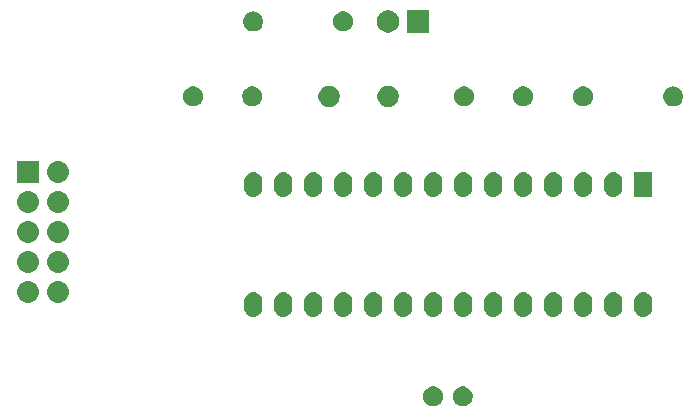
<source format=gbr>
G04 #@! TF.GenerationSoftware,KiCad,Pcbnew,5.1.4-3.fc30*
G04 #@! TF.CreationDate,2019-09-25T04:41:54+02:00*
G04 #@! TF.ProjectId,atmega_prog_adapter_v2,61746d65-6761-45f7-9072-6f675f616461,1.0*
G04 #@! TF.SameCoordinates,Original*
G04 #@! TF.FileFunction,Soldermask,Bot*
G04 #@! TF.FilePolarity,Negative*
%FSLAX46Y46*%
G04 Gerber Fmt 4.6, Leading zero omitted, Abs format (unit mm)*
G04 Created by KiCad (PCBNEW 5.1.4-3.fc30) date 2019-09-25 04:41:54*
%MOMM*%
%LPD*%
G04 APERTURE LIST*
%ADD10C,0.100000*%
G04 APERTURE END LIST*
D10*
G36*
X131018228Y-104591703D02*
G01*
X131173100Y-104655853D01*
X131312481Y-104748985D01*
X131431015Y-104867519D01*
X131524147Y-105006900D01*
X131588297Y-105161772D01*
X131621000Y-105326184D01*
X131621000Y-105493816D01*
X131588297Y-105658228D01*
X131524147Y-105813100D01*
X131431015Y-105952481D01*
X131312481Y-106071015D01*
X131173100Y-106164147D01*
X131018228Y-106228297D01*
X130853816Y-106261000D01*
X130686184Y-106261000D01*
X130521772Y-106228297D01*
X130366900Y-106164147D01*
X130227519Y-106071015D01*
X130108985Y-105952481D01*
X130015853Y-105813100D01*
X129951703Y-105658228D01*
X129919000Y-105493816D01*
X129919000Y-105326184D01*
X129951703Y-105161772D01*
X130015853Y-105006900D01*
X130108985Y-104867519D01*
X130227519Y-104748985D01*
X130366900Y-104655853D01*
X130521772Y-104591703D01*
X130686184Y-104559000D01*
X130853816Y-104559000D01*
X131018228Y-104591703D01*
X131018228Y-104591703D01*
G37*
G36*
X128518228Y-104591703D02*
G01*
X128673100Y-104655853D01*
X128812481Y-104748985D01*
X128931015Y-104867519D01*
X129024147Y-105006900D01*
X129088297Y-105161772D01*
X129121000Y-105326184D01*
X129121000Y-105493816D01*
X129088297Y-105658228D01*
X129024147Y-105813100D01*
X128931015Y-105952481D01*
X128812481Y-106071015D01*
X128673100Y-106164147D01*
X128518228Y-106228297D01*
X128353816Y-106261000D01*
X128186184Y-106261000D01*
X128021772Y-106228297D01*
X127866900Y-106164147D01*
X127727519Y-106071015D01*
X127608985Y-105952481D01*
X127515853Y-105813100D01*
X127451703Y-105658228D01*
X127419000Y-105493816D01*
X127419000Y-105326184D01*
X127451703Y-105161772D01*
X127515853Y-105006900D01*
X127608985Y-104867519D01*
X127727519Y-104748985D01*
X127866900Y-104655853D01*
X128021772Y-104591703D01*
X128186184Y-104559000D01*
X128353816Y-104559000D01*
X128518228Y-104591703D01*
X128518228Y-104591703D01*
G37*
G36*
X115721142Y-96600156D02*
G01*
X115866476Y-96644243D01*
X115866479Y-96644244D01*
X116000416Y-96715835D01*
X116117817Y-96812183D01*
X116214165Y-96929584D01*
X116285756Y-97063521D01*
X116285757Y-97063524D01*
X116329844Y-97208858D01*
X116341000Y-97322128D01*
X116341000Y-97957872D01*
X116329844Y-98071142D01*
X116285757Y-98216475D01*
X116285756Y-98216479D01*
X116214165Y-98350416D01*
X116214164Y-98350417D01*
X116117817Y-98467817D01*
X116018268Y-98549514D01*
X116000415Y-98564165D01*
X115866478Y-98635756D01*
X115866475Y-98635757D01*
X115721141Y-98679844D01*
X115570000Y-98694730D01*
X115418858Y-98679844D01*
X115273524Y-98635757D01*
X115273521Y-98635756D01*
X115139584Y-98564165D01*
X115118531Y-98546887D01*
X115022183Y-98467817D01*
X114925836Y-98350416D01*
X114854245Y-98216479D01*
X114854244Y-98216478D01*
X114854243Y-98216475D01*
X114810156Y-98071141D01*
X114799000Y-97957871D01*
X114799000Y-97322128D01*
X114810156Y-97208858D01*
X114854243Y-97063524D01*
X114854243Y-97063523D01*
X114925837Y-96929582D01*
X115022184Y-96812183D01*
X115139585Y-96715835D01*
X115273522Y-96644244D01*
X115273525Y-96644243D01*
X115418859Y-96600156D01*
X115570000Y-96585270D01*
X115721142Y-96600156D01*
X115721142Y-96600156D01*
G37*
G36*
X120801142Y-96600156D02*
G01*
X120946476Y-96644243D01*
X120946479Y-96644244D01*
X121080416Y-96715835D01*
X121197817Y-96812183D01*
X121294165Y-96929584D01*
X121365756Y-97063521D01*
X121365757Y-97063524D01*
X121409844Y-97208858D01*
X121421000Y-97322128D01*
X121421000Y-97957872D01*
X121409844Y-98071142D01*
X121365757Y-98216475D01*
X121365756Y-98216479D01*
X121294165Y-98350416D01*
X121294164Y-98350417D01*
X121197817Y-98467817D01*
X121098268Y-98549514D01*
X121080415Y-98564165D01*
X120946478Y-98635756D01*
X120946475Y-98635757D01*
X120801141Y-98679844D01*
X120650000Y-98694730D01*
X120498858Y-98679844D01*
X120353524Y-98635757D01*
X120353521Y-98635756D01*
X120219584Y-98564165D01*
X120198531Y-98546887D01*
X120102183Y-98467817D01*
X120005836Y-98350416D01*
X119934245Y-98216479D01*
X119934244Y-98216478D01*
X119934243Y-98216475D01*
X119890156Y-98071141D01*
X119879000Y-97957871D01*
X119879000Y-97322128D01*
X119890156Y-97208858D01*
X119934243Y-97063524D01*
X119934243Y-97063523D01*
X120005837Y-96929582D01*
X120102184Y-96812183D01*
X120219585Y-96715835D01*
X120353522Y-96644244D01*
X120353525Y-96644243D01*
X120498859Y-96600156D01*
X120650000Y-96585270D01*
X120801142Y-96600156D01*
X120801142Y-96600156D01*
G37*
G36*
X123341142Y-96600156D02*
G01*
X123486476Y-96644243D01*
X123486479Y-96644244D01*
X123620416Y-96715835D01*
X123737817Y-96812183D01*
X123834165Y-96929584D01*
X123905756Y-97063521D01*
X123905757Y-97063524D01*
X123949844Y-97208858D01*
X123961000Y-97322128D01*
X123961000Y-97957872D01*
X123949844Y-98071142D01*
X123905757Y-98216475D01*
X123905756Y-98216479D01*
X123834165Y-98350416D01*
X123834164Y-98350417D01*
X123737817Y-98467817D01*
X123638268Y-98549514D01*
X123620415Y-98564165D01*
X123486478Y-98635756D01*
X123486475Y-98635757D01*
X123341141Y-98679844D01*
X123190000Y-98694730D01*
X123038858Y-98679844D01*
X122893524Y-98635757D01*
X122893521Y-98635756D01*
X122759584Y-98564165D01*
X122738531Y-98546887D01*
X122642183Y-98467817D01*
X122545836Y-98350416D01*
X122474245Y-98216479D01*
X122474244Y-98216478D01*
X122474243Y-98216475D01*
X122430156Y-98071141D01*
X122419000Y-97957871D01*
X122419000Y-97322128D01*
X122430156Y-97208858D01*
X122474243Y-97063524D01*
X122474243Y-97063523D01*
X122545837Y-96929582D01*
X122642184Y-96812183D01*
X122759585Y-96715835D01*
X122893522Y-96644244D01*
X122893525Y-96644243D01*
X123038859Y-96600156D01*
X123190000Y-96585270D01*
X123341142Y-96600156D01*
X123341142Y-96600156D01*
G37*
G36*
X125881142Y-96600156D02*
G01*
X126026476Y-96644243D01*
X126026479Y-96644244D01*
X126160416Y-96715835D01*
X126277817Y-96812183D01*
X126374165Y-96929584D01*
X126445756Y-97063521D01*
X126445757Y-97063524D01*
X126489844Y-97208858D01*
X126501000Y-97322128D01*
X126501000Y-97957872D01*
X126489844Y-98071142D01*
X126445757Y-98216475D01*
X126445756Y-98216479D01*
X126374165Y-98350416D01*
X126374164Y-98350417D01*
X126277817Y-98467817D01*
X126178268Y-98549514D01*
X126160415Y-98564165D01*
X126026478Y-98635756D01*
X126026475Y-98635757D01*
X125881141Y-98679844D01*
X125730000Y-98694730D01*
X125578858Y-98679844D01*
X125433524Y-98635757D01*
X125433521Y-98635756D01*
X125299584Y-98564165D01*
X125278531Y-98546887D01*
X125182183Y-98467817D01*
X125085836Y-98350416D01*
X125014245Y-98216479D01*
X125014244Y-98216478D01*
X125014243Y-98216475D01*
X124970156Y-98071141D01*
X124959000Y-97957871D01*
X124959000Y-97322128D01*
X124970156Y-97208858D01*
X125014243Y-97063524D01*
X125014243Y-97063523D01*
X125085837Y-96929582D01*
X125182184Y-96812183D01*
X125299585Y-96715835D01*
X125433522Y-96644244D01*
X125433525Y-96644243D01*
X125578859Y-96600156D01*
X125730000Y-96585270D01*
X125881142Y-96600156D01*
X125881142Y-96600156D01*
G37*
G36*
X128421142Y-96600156D02*
G01*
X128566476Y-96644243D01*
X128566479Y-96644244D01*
X128700416Y-96715835D01*
X128817817Y-96812183D01*
X128914165Y-96929584D01*
X128985756Y-97063521D01*
X128985757Y-97063524D01*
X129029844Y-97208858D01*
X129041000Y-97322128D01*
X129041000Y-97957872D01*
X129029844Y-98071142D01*
X128985757Y-98216475D01*
X128985756Y-98216479D01*
X128914165Y-98350416D01*
X128914164Y-98350417D01*
X128817817Y-98467817D01*
X128718268Y-98549514D01*
X128700415Y-98564165D01*
X128566478Y-98635756D01*
X128566475Y-98635757D01*
X128421141Y-98679844D01*
X128270000Y-98694730D01*
X128118858Y-98679844D01*
X127973524Y-98635757D01*
X127973521Y-98635756D01*
X127839584Y-98564165D01*
X127818531Y-98546887D01*
X127722183Y-98467817D01*
X127625836Y-98350416D01*
X127554245Y-98216479D01*
X127554244Y-98216478D01*
X127554243Y-98216475D01*
X127510156Y-98071141D01*
X127499000Y-97957871D01*
X127499000Y-97322128D01*
X127510156Y-97208858D01*
X127554243Y-97063524D01*
X127554243Y-97063523D01*
X127625837Y-96929582D01*
X127722184Y-96812183D01*
X127839585Y-96715835D01*
X127973522Y-96644244D01*
X127973525Y-96644243D01*
X128118859Y-96600156D01*
X128270000Y-96585270D01*
X128421142Y-96600156D01*
X128421142Y-96600156D01*
G37*
G36*
X118261142Y-96600156D02*
G01*
X118406476Y-96644243D01*
X118406479Y-96644244D01*
X118540416Y-96715835D01*
X118657817Y-96812183D01*
X118754165Y-96929584D01*
X118825756Y-97063521D01*
X118825757Y-97063524D01*
X118869844Y-97208858D01*
X118881000Y-97322128D01*
X118881000Y-97957872D01*
X118869844Y-98071142D01*
X118825757Y-98216475D01*
X118825756Y-98216479D01*
X118754165Y-98350416D01*
X118754164Y-98350417D01*
X118657817Y-98467817D01*
X118558268Y-98549514D01*
X118540415Y-98564165D01*
X118406478Y-98635756D01*
X118406475Y-98635757D01*
X118261141Y-98679844D01*
X118110000Y-98694730D01*
X117958858Y-98679844D01*
X117813524Y-98635757D01*
X117813521Y-98635756D01*
X117679584Y-98564165D01*
X117658531Y-98546887D01*
X117562183Y-98467817D01*
X117465836Y-98350416D01*
X117394245Y-98216479D01*
X117394244Y-98216478D01*
X117394243Y-98216475D01*
X117350156Y-98071141D01*
X117339000Y-97957871D01*
X117339000Y-97322128D01*
X117350156Y-97208858D01*
X117394243Y-97063524D01*
X117394243Y-97063523D01*
X117465837Y-96929582D01*
X117562184Y-96812183D01*
X117679585Y-96715835D01*
X117813522Y-96644244D01*
X117813525Y-96644243D01*
X117958859Y-96600156D01*
X118110000Y-96585270D01*
X118261142Y-96600156D01*
X118261142Y-96600156D01*
G37*
G36*
X133501142Y-96600156D02*
G01*
X133646476Y-96644243D01*
X133646479Y-96644244D01*
X133780416Y-96715835D01*
X133897817Y-96812183D01*
X133994165Y-96929584D01*
X134065756Y-97063521D01*
X134065757Y-97063524D01*
X134109844Y-97208858D01*
X134121000Y-97322128D01*
X134121000Y-97957872D01*
X134109844Y-98071142D01*
X134065757Y-98216475D01*
X134065756Y-98216479D01*
X133994165Y-98350416D01*
X133994164Y-98350417D01*
X133897817Y-98467817D01*
X133798268Y-98549514D01*
X133780415Y-98564165D01*
X133646478Y-98635756D01*
X133646475Y-98635757D01*
X133501141Y-98679844D01*
X133350000Y-98694730D01*
X133198858Y-98679844D01*
X133053524Y-98635757D01*
X133053521Y-98635756D01*
X132919584Y-98564165D01*
X132898531Y-98546887D01*
X132802183Y-98467817D01*
X132705836Y-98350416D01*
X132634245Y-98216479D01*
X132634244Y-98216478D01*
X132634243Y-98216475D01*
X132590156Y-98071141D01*
X132579000Y-97957871D01*
X132579000Y-97322128D01*
X132590156Y-97208858D01*
X132634243Y-97063524D01*
X132634243Y-97063523D01*
X132705837Y-96929582D01*
X132802184Y-96812183D01*
X132919585Y-96715835D01*
X133053522Y-96644244D01*
X133053525Y-96644243D01*
X133198859Y-96600156D01*
X133350000Y-96585270D01*
X133501142Y-96600156D01*
X133501142Y-96600156D01*
G37*
G36*
X138581142Y-96600156D02*
G01*
X138726476Y-96644243D01*
X138726479Y-96644244D01*
X138860416Y-96715835D01*
X138977817Y-96812183D01*
X139074165Y-96929584D01*
X139145756Y-97063521D01*
X139145757Y-97063524D01*
X139189844Y-97208858D01*
X139201000Y-97322128D01*
X139201000Y-97957872D01*
X139189844Y-98071142D01*
X139145757Y-98216475D01*
X139145756Y-98216479D01*
X139074165Y-98350416D01*
X139074164Y-98350417D01*
X138977817Y-98467817D01*
X138878268Y-98549514D01*
X138860415Y-98564165D01*
X138726478Y-98635756D01*
X138726475Y-98635757D01*
X138581141Y-98679844D01*
X138430000Y-98694730D01*
X138278858Y-98679844D01*
X138133524Y-98635757D01*
X138133521Y-98635756D01*
X137999584Y-98564165D01*
X137978531Y-98546887D01*
X137882183Y-98467817D01*
X137785836Y-98350416D01*
X137714245Y-98216479D01*
X137714244Y-98216478D01*
X137714243Y-98216475D01*
X137670156Y-98071141D01*
X137659000Y-97957871D01*
X137659000Y-97322128D01*
X137670156Y-97208858D01*
X137714243Y-97063524D01*
X137714243Y-97063523D01*
X137785837Y-96929582D01*
X137882184Y-96812183D01*
X137999585Y-96715835D01*
X138133522Y-96644244D01*
X138133525Y-96644243D01*
X138278859Y-96600156D01*
X138430000Y-96585270D01*
X138581142Y-96600156D01*
X138581142Y-96600156D01*
G37*
G36*
X141121142Y-96600156D02*
G01*
X141266476Y-96644243D01*
X141266479Y-96644244D01*
X141400416Y-96715835D01*
X141517817Y-96812183D01*
X141614165Y-96929584D01*
X141685756Y-97063521D01*
X141685757Y-97063524D01*
X141729844Y-97208858D01*
X141741000Y-97322128D01*
X141741000Y-97957872D01*
X141729844Y-98071142D01*
X141685757Y-98216475D01*
X141685756Y-98216479D01*
X141614165Y-98350416D01*
X141614164Y-98350417D01*
X141517817Y-98467817D01*
X141418268Y-98549514D01*
X141400415Y-98564165D01*
X141266478Y-98635756D01*
X141266475Y-98635757D01*
X141121141Y-98679844D01*
X140970000Y-98694730D01*
X140818858Y-98679844D01*
X140673524Y-98635757D01*
X140673521Y-98635756D01*
X140539584Y-98564165D01*
X140518531Y-98546887D01*
X140422183Y-98467817D01*
X140325836Y-98350416D01*
X140254245Y-98216479D01*
X140254244Y-98216478D01*
X140254243Y-98216475D01*
X140210156Y-98071141D01*
X140199000Y-97957871D01*
X140199000Y-97322128D01*
X140210156Y-97208858D01*
X140254243Y-97063524D01*
X140254243Y-97063523D01*
X140325837Y-96929582D01*
X140422184Y-96812183D01*
X140539585Y-96715835D01*
X140673522Y-96644244D01*
X140673525Y-96644243D01*
X140818859Y-96600156D01*
X140970000Y-96585270D01*
X141121142Y-96600156D01*
X141121142Y-96600156D01*
G37*
G36*
X143661142Y-96600156D02*
G01*
X143806476Y-96644243D01*
X143806479Y-96644244D01*
X143940416Y-96715835D01*
X144057817Y-96812183D01*
X144154165Y-96929584D01*
X144225756Y-97063521D01*
X144225757Y-97063524D01*
X144269844Y-97208858D01*
X144281000Y-97322128D01*
X144281000Y-97957872D01*
X144269844Y-98071142D01*
X144225757Y-98216475D01*
X144225756Y-98216479D01*
X144154165Y-98350416D01*
X144154164Y-98350417D01*
X144057817Y-98467817D01*
X143958268Y-98549514D01*
X143940415Y-98564165D01*
X143806478Y-98635756D01*
X143806475Y-98635757D01*
X143661141Y-98679844D01*
X143510000Y-98694730D01*
X143358858Y-98679844D01*
X143213524Y-98635757D01*
X143213521Y-98635756D01*
X143079584Y-98564165D01*
X143058531Y-98546887D01*
X142962183Y-98467817D01*
X142865836Y-98350416D01*
X142794245Y-98216479D01*
X142794244Y-98216478D01*
X142794243Y-98216475D01*
X142750156Y-98071141D01*
X142739000Y-97957871D01*
X142739000Y-97322128D01*
X142750156Y-97208858D01*
X142794243Y-97063524D01*
X142794243Y-97063523D01*
X142865837Y-96929582D01*
X142962184Y-96812183D01*
X143079585Y-96715835D01*
X143213522Y-96644244D01*
X143213525Y-96644243D01*
X143358859Y-96600156D01*
X143510000Y-96585270D01*
X143661142Y-96600156D01*
X143661142Y-96600156D01*
G37*
G36*
X146201142Y-96600156D02*
G01*
X146346476Y-96644243D01*
X146346479Y-96644244D01*
X146480416Y-96715835D01*
X146597817Y-96812183D01*
X146694165Y-96929584D01*
X146765756Y-97063521D01*
X146765757Y-97063524D01*
X146809844Y-97208858D01*
X146821000Y-97322128D01*
X146821000Y-97957872D01*
X146809844Y-98071142D01*
X146765757Y-98216475D01*
X146765756Y-98216479D01*
X146694165Y-98350416D01*
X146694164Y-98350417D01*
X146597817Y-98467817D01*
X146498268Y-98549514D01*
X146480415Y-98564165D01*
X146346478Y-98635756D01*
X146346475Y-98635757D01*
X146201141Y-98679844D01*
X146050000Y-98694730D01*
X145898858Y-98679844D01*
X145753524Y-98635757D01*
X145753521Y-98635756D01*
X145619584Y-98564165D01*
X145598531Y-98546887D01*
X145502183Y-98467817D01*
X145405836Y-98350416D01*
X145334245Y-98216479D01*
X145334244Y-98216478D01*
X145334243Y-98216475D01*
X145290156Y-98071141D01*
X145279000Y-97957871D01*
X145279000Y-97322128D01*
X145290156Y-97208858D01*
X145334243Y-97063524D01*
X145334243Y-97063523D01*
X145405837Y-96929582D01*
X145502184Y-96812183D01*
X145619585Y-96715835D01*
X145753522Y-96644244D01*
X145753525Y-96644243D01*
X145898859Y-96600156D01*
X146050000Y-96585270D01*
X146201142Y-96600156D01*
X146201142Y-96600156D01*
G37*
G36*
X113181142Y-96600156D02*
G01*
X113326476Y-96644243D01*
X113326479Y-96644244D01*
X113460416Y-96715835D01*
X113577817Y-96812183D01*
X113674165Y-96929584D01*
X113745756Y-97063521D01*
X113745757Y-97063524D01*
X113789844Y-97208858D01*
X113801000Y-97322128D01*
X113801000Y-97957872D01*
X113789844Y-98071142D01*
X113745757Y-98216475D01*
X113745756Y-98216479D01*
X113674165Y-98350416D01*
X113674164Y-98350417D01*
X113577817Y-98467817D01*
X113478268Y-98549514D01*
X113460415Y-98564165D01*
X113326478Y-98635756D01*
X113326475Y-98635757D01*
X113181141Y-98679844D01*
X113030000Y-98694730D01*
X112878858Y-98679844D01*
X112733524Y-98635757D01*
X112733521Y-98635756D01*
X112599584Y-98564165D01*
X112578531Y-98546887D01*
X112482183Y-98467817D01*
X112385836Y-98350416D01*
X112314245Y-98216479D01*
X112314244Y-98216478D01*
X112314243Y-98216475D01*
X112270156Y-98071141D01*
X112259000Y-97957871D01*
X112259000Y-97322128D01*
X112270156Y-97208858D01*
X112314243Y-97063524D01*
X112314243Y-97063523D01*
X112385837Y-96929582D01*
X112482184Y-96812183D01*
X112599585Y-96715835D01*
X112733522Y-96644244D01*
X112733525Y-96644243D01*
X112878859Y-96600156D01*
X113030000Y-96585270D01*
X113181142Y-96600156D01*
X113181142Y-96600156D01*
G37*
G36*
X130961142Y-96600156D02*
G01*
X131106476Y-96644243D01*
X131106479Y-96644244D01*
X131240416Y-96715835D01*
X131357817Y-96812183D01*
X131454165Y-96929584D01*
X131525756Y-97063521D01*
X131525757Y-97063524D01*
X131569844Y-97208858D01*
X131581000Y-97322128D01*
X131581000Y-97957872D01*
X131569844Y-98071142D01*
X131525757Y-98216475D01*
X131525756Y-98216479D01*
X131454165Y-98350416D01*
X131454164Y-98350417D01*
X131357817Y-98467817D01*
X131258268Y-98549514D01*
X131240415Y-98564165D01*
X131106478Y-98635756D01*
X131106475Y-98635757D01*
X130961141Y-98679844D01*
X130810000Y-98694730D01*
X130658858Y-98679844D01*
X130513524Y-98635757D01*
X130513521Y-98635756D01*
X130379584Y-98564165D01*
X130358531Y-98546887D01*
X130262183Y-98467817D01*
X130165836Y-98350416D01*
X130094245Y-98216479D01*
X130094244Y-98216478D01*
X130094243Y-98216475D01*
X130050156Y-98071141D01*
X130039000Y-97957871D01*
X130039000Y-97322128D01*
X130050156Y-97208858D01*
X130094243Y-97063524D01*
X130094243Y-97063523D01*
X130165837Y-96929582D01*
X130262184Y-96812183D01*
X130379585Y-96715835D01*
X130513522Y-96644244D01*
X130513525Y-96644243D01*
X130658859Y-96600156D01*
X130810000Y-96585270D01*
X130961142Y-96600156D01*
X130961142Y-96600156D01*
G37*
G36*
X136041142Y-96600156D02*
G01*
X136186476Y-96644243D01*
X136186479Y-96644244D01*
X136320416Y-96715835D01*
X136437817Y-96812183D01*
X136534165Y-96929584D01*
X136605756Y-97063521D01*
X136605757Y-97063524D01*
X136649844Y-97208858D01*
X136661000Y-97322128D01*
X136661000Y-97957872D01*
X136649844Y-98071142D01*
X136605757Y-98216475D01*
X136605756Y-98216479D01*
X136534165Y-98350416D01*
X136534164Y-98350417D01*
X136437817Y-98467817D01*
X136338268Y-98549514D01*
X136320415Y-98564165D01*
X136186478Y-98635756D01*
X136186475Y-98635757D01*
X136041141Y-98679844D01*
X135890000Y-98694730D01*
X135738858Y-98679844D01*
X135593524Y-98635757D01*
X135593521Y-98635756D01*
X135459584Y-98564165D01*
X135438531Y-98546887D01*
X135342183Y-98467817D01*
X135245836Y-98350416D01*
X135174245Y-98216479D01*
X135174244Y-98216478D01*
X135174243Y-98216475D01*
X135130156Y-98071141D01*
X135119000Y-97957871D01*
X135119000Y-97322128D01*
X135130156Y-97208858D01*
X135174243Y-97063524D01*
X135174243Y-97063523D01*
X135245837Y-96929582D01*
X135342184Y-96812183D01*
X135459585Y-96715835D01*
X135593522Y-96644244D01*
X135593525Y-96644243D01*
X135738859Y-96600156D01*
X135890000Y-96585270D01*
X136041142Y-96600156D01*
X136041142Y-96600156D01*
G37*
G36*
X94159294Y-95673633D02*
G01*
X94331695Y-95725931D01*
X94490583Y-95810858D01*
X94629849Y-95925151D01*
X94744142Y-96064417D01*
X94829069Y-96223305D01*
X94881367Y-96395706D01*
X94899025Y-96575000D01*
X94881367Y-96754294D01*
X94829069Y-96926695D01*
X94744142Y-97085583D01*
X94629849Y-97224849D01*
X94490583Y-97339142D01*
X94331695Y-97424069D01*
X94159294Y-97476367D01*
X94024931Y-97489600D01*
X93935069Y-97489600D01*
X93800706Y-97476367D01*
X93628305Y-97424069D01*
X93469417Y-97339142D01*
X93330151Y-97224849D01*
X93215858Y-97085583D01*
X93130931Y-96926695D01*
X93078633Y-96754294D01*
X93060975Y-96575000D01*
X93078633Y-96395706D01*
X93130931Y-96223305D01*
X93215858Y-96064417D01*
X93330151Y-95925151D01*
X93469417Y-95810858D01*
X93628305Y-95725931D01*
X93800706Y-95673633D01*
X93935069Y-95660400D01*
X94024931Y-95660400D01*
X94159294Y-95673633D01*
X94159294Y-95673633D01*
G37*
G36*
X96699294Y-95673633D02*
G01*
X96871695Y-95725931D01*
X97030583Y-95810858D01*
X97169849Y-95925151D01*
X97284142Y-96064417D01*
X97369069Y-96223305D01*
X97421367Y-96395706D01*
X97439025Y-96575000D01*
X97421367Y-96754294D01*
X97369069Y-96926695D01*
X97284142Y-97085583D01*
X97169849Y-97224849D01*
X97030583Y-97339142D01*
X96871695Y-97424069D01*
X96699294Y-97476367D01*
X96564931Y-97489600D01*
X96475069Y-97489600D01*
X96340706Y-97476367D01*
X96168305Y-97424069D01*
X96009417Y-97339142D01*
X95870151Y-97224849D01*
X95755858Y-97085583D01*
X95670931Y-96926695D01*
X95618633Y-96754294D01*
X95600975Y-96575000D01*
X95618633Y-96395706D01*
X95670931Y-96223305D01*
X95755858Y-96064417D01*
X95870151Y-95925151D01*
X96009417Y-95810858D01*
X96168305Y-95725931D01*
X96340706Y-95673633D01*
X96475069Y-95660400D01*
X96564931Y-95660400D01*
X96699294Y-95673633D01*
X96699294Y-95673633D01*
G37*
G36*
X94159294Y-93133633D02*
G01*
X94331695Y-93185931D01*
X94490583Y-93270858D01*
X94629849Y-93385151D01*
X94744142Y-93524417D01*
X94829069Y-93683305D01*
X94881367Y-93855706D01*
X94899025Y-94035000D01*
X94881367Y-94214294D01*
X94829069Y-94386695D01*
X94744142Y-94545583D01*
X94629849Y-94684849D01*
X94490583Y-94799142D01*
X94331695Y-94884069D01*
X94159294Y-94936367D01*
X94024931Y-94949600D01*
X93935069Y-94949600D01*
X93800706Y-94936367D01*
X93628305Y-94884069D01*
X93469417Y-94799142D01*
X93330151Y-94684849D01*
X93215858Y-94545583D01*
X93130931Y-94386695D01*
X93078633Y-94214294D01*
X93060975Y-94035000D01*
X93078633Y-93855706D01*
X93130931Y-93683305D01*
X93215858Y-93524417D01*
X93330151Y-93385151D01*
X93469417Y-93270858D01*
X93628305Y-93185931D01*
X93800706Y-93133633D01*
X93935069Y-93120400D01*
X94024931Y-93120400D01*
X94159294Y-93133633D01*
X94159294Y-93133633D01*
G37*
G36*
X96699294Y-93133633D02*
G01*
X96871695Y-93185931D01*
X97030583Y-93270858D01*
X97169849Y-93385151D01*
X97284142Y-93524417D01*
X97369069Y-93683305D01*
X97421367Y-93855706D01*
X97439025Y-94035000D01*
X97421367Y-94214294D01*
X97369069Y-94386695D01*
X97284142Y-94545583D01*
X97169849Y-94684849D01*
X97030583Y-94799142D01*
X96871695Y-94884069D01*
X96699294Y-94936367D01*
X96564931Y-94949600D01*
X96475069Y-94949600D01*
X96340706Y-94936367D01*
X96168305Y-94884069D01*
X96009417Y-94799142D01*
X95870151Y-94684849D01*
X95755858Y-94545583D01*
X95670931Y-94386695D01*
X95618633Y-94214294D01*
X95600975Y-94035000D01*
X95618633Y-93855706D01*
X95670931Y-93683305D01*
X95755858Y-93524417D01*
X95870151Y-93385151D01*
X96009417Y-93270858D01*
X96168305Y-93185931D01*
X96340706Y-93133633D01*
X96475069Y-93120400D01*
X96564931Y-93120400D01*
X96699294Y-93133633D01*
X96699294Y-93133633D01*
G37*
G36*
X96699294Y-90593633D02*
G01*
X96871695Y-90645931D01*
X97030583Y-90730858D01*
X97169849Y-90845151D01*
X97284142Y-90984417D01*
X97369069Y-91143305D01*
X97421367Y-91315706D01*
X97439025Y-91495000D01*
X97421367Y-91674294D01*
X97369069Y-91846695D01*
X97284142Y-92005583D01*
X97169849Y-92144849D01*
X97030583Y-92259142D01*
X96871695Y-92344069D01*
X96699294Y-92396367D01*
X96564931Y-92409600D01*
X96475069Y-92409600D01*
X96340706Y-92396367D01*
X96168305Y-92344069D01*
X96009417Y-92259142D01*
X95870151Y-92144849D01*
X95755858Y-92005583D01*
X95670931Y-91846695D01*
X95618633Y-91674294D01*
X95600975Y-91495000D01*
X95618633Y-91315706D01*
X95670931Y-91143305D01*
X95755858Y-90984417D01*
X95870151Y-90845151D01*
X96009417Y-90730858D01*
X96168305Y-90645931D01*
X96340706Y-90593633D01*
X96475069Y-90580400D01*
X96564931Y-90580400D01*
X96699294Y-90593633D01*
X96699294Y-90593633D01*
G37*
G36*
X94159294Y-90593633D02*
G01*
X94331695Y-90645931D01*
X94490583Y-90730858D01*
X94629849Y-90845151D01*
X94744142Y-90984417D01*
X94829069Y-91143305D01*
X94881367Y-91315706D01*
X94899025Y-91495000D01*
X94881367Y-91674294D01*
X94829069Y-91846695D01*
X94744142Y-92005583D01*
X94629849Y-92144849D01*
X94490583Y-92259142D01*
X94331695Y-92344069D01*
X94159294Y-92396367D01*
X94024931Y-92409600D01*
X93935069Y-92409600D01*
X93800706Y-92396367D01*
X93628305Y-92344069D01*
X93469417Y-92259142D01*
X93330151Y-92144849D01*
X93215858Y-92005583D01*
X93130931Y-91846695D01*
X93078633Y-91674294D01*
X93060975Y-91495000D01*
X93078633Y-91315706D01*
X93130931Y-91143305D01*
X93215858Y-90984417D01*
X93330151Y-90845151D01*
X93469417Y-90730858D01*
X93628305Y-90645931D01*
X93800706Y-90593633D01*
X93935069Y-90580400D01*
X94024931Y-90580400D01*
X94159294Y-90593633D01*
X94159294Y-90593633D01*
G37*
G36*
X96699294Y-88053633D02*
G01*
X96871695Y-88105931D01*
X97030583Y-88190858D01*
X97169849Y-88305151D01*
X97284142Y-88444417D01*
X97369069Y-88603305D01*
X97421367Y-88775706D01*
X97439025Y-88955000D01*
X97421367Y-89134294D01*
X97369069Y-89306695D01*
X97284142Y-89465583D01*
X97169849Y-89604849D01*
X97030583Y-89719142D01*
X96871695Y-89804069D01*
X96699294Y-89856367D01*
X96564931Y-89869600D01*
X96475069Y-89869600D01*
X96340706Y-89856367D01*
X96168305Y-89804069D01*
X96009417Y-89719142D01*
X95870151Y-89604849D01*
X95755858Y-89465583D01*
X95670931Y-89306695D01*
X95618633Y-89134294D01*
X95600975Y-88955000D01*
X95618633Y-88775706D01*
X95670931Y-88603305D01*
X95755858Y-88444417D01*
X95870151Y-88305151D01*
X96009417Y-88190858D01*
X96168305Y-88105931D01*
X96340706Y-88053633D01*
X96475069Y-88040400D01*
X96564931Y-88040400D01*
X96699294Y-88053633D01*
X96699294Y-88053633D01*
G37*
G36*
X94159294Y-88053633D02*
G01*
X94331695Y-88105931D01*
X94490583Y-88190858D01*
X94629849Y-88305151D01*
X94744142Y-88444417D01*
X94829069Y-88603305D01*
X94881367Y-88775706D01*
X94899025Y-88955000D01*
X94881367Y-89134294D01*
X94829069Y-89306695D01*
X94744142Y-89465583D01*
X94629849Y-89604849D01*
X94490583Y-89719142D01*
X94331695Y-89804069D01*
X94159294Y-89856367D01*
X94024931Y-89869600D01*
X93935069Y-89869600D01*
X93800706Y-89856367D01*
X93628305Y-89804069D01*
X93469417Y-89719142D01*
X93330151Y-89604849D01*
X93215858Y-89465583D01*
X93130931Y-89306695D01*
X93078633Y-89134294D01*
X93060975Y-88955000D01*
X93078633Y-88775706D01*
X93130931Y-88603305D01*
X93215858Y-88444417D01*
X93330151Y-88305151D01*
X93469417Y-88190858D01*
X93628305Y-88105931D01*
X93800706Y-88053633D01*
X93935069Y-88040400D01*
X94024931Y-88040400D01*
X94159294Y-88053633D01*
X94159294Y-88053633D01*
G37*
G36*
X120801142Y-86440156D02*
G01*
X120946476Y-86484243D01*
X120946479Y-86484244D01*
X121080416Y-86555835D01*
X121197817Y-86652183D01*
X121294165Y-86769584D01*
X121365756Y-86903521D01*
X121365757Y-86903524D01*
X121409844Y-87048858D01*
X121421000Y-87162128D01*
X121421000Y-87797872D01*
X121409844Y-87911142D01*
X121366619Y-88053633D01*
X121365756Y-88056479D01*
X121294165Y-88190416D01*
X121294164Y-88190417D01*
X121197817Y-88307817D01*
X121098268Y-88389514D01*
X121080415Y-88404165D01*
X120946478Y-88475756D01*
X120946475Y-88475757D01*
X120801141Y-88519844D01*
X120650000Y-88534730D01*
X120498858Y-88519844D01*
X120353524Y-88475757D01*
X120353521Y-88475756D01*
X120219584Y-88404165D01*
X120198531Y-88386887D01*
X120102183Y-88307817D01*
X120020486Y-88208268D01*
X120005835Y-88190415D01*
X119934244Y-88056478D01*
X119929367Y-88040400D01*
X119890156Y-87911141D01*
X119879000Y-87797871D01*
X119879000Y-87162128D01*
X119890156Y-87048858D01*
X119934243Y-86903524D01*
X119934243Y-86903523D01*
X120005837Y-86769582D01*
X120102184Y-86652183D01*
X120219585Y-86555835D01*
X120353522Y-86484244D01*
X120353525Y-86484243D01*
X120498859Y-86440156D01*
X120650000Y-86425270D01*
X120801142Y-86440156D01*
X120801142Y-86440156D01*
G37*
G36*
X118261142Y-86440156D02*
G01*
X118406476Y-86484243D01*
X118406479Y-86484244D01*
X118540416Y-86555835D01*
X118657817Y-86652183D01*
X118754165Y-86769584D01*
X118825756Y-86903521D01*
X118825757Y-86903524D01*
X118869844Y-87048858D01*
X118881000Y-87162128D01*
X118881000Y-87797872D01*
X118869844Y-87911142D01*
X118826619Y-88053633D01*
X118825756Y-88056479D01*
X118754165Y-88190416D01*
X118754164Y-88190417D01*
X118657817Y-88307817D01*
X118558268Y-88389514D01*
X118540415Y-88404165D01*
X118406478Y-88475756D01*
X118406475Y-88475757D01*
X118261141Y-88519844D01*
X118110000Y-88534730D01*
X117958858Y-88519844D01*
X117813524Y-88475757D01*
X117813521Y-88475756D01*
X117679584Y-88404165D01*
X117658531Y-88386887D01*
X117562183Y-88307817D01*
X117480486Y-88208268D01*
X117465835Y-88190415D01*
X117394244Y-88056478D01*
X117389367Y-88040400D01*
X117350156Y-87911141D01*
X117339000Y-87797871D01*
X117339000Y-87162128D01*
X117350156Y-87048858D01*
X117394243Y-86903524D01*
X117394243Y-86903523D01*
X117465837Y-86769582D01*
X117562184Y-86652183D01*
X117679585Y-86555835D01*
X117813522Y-86484244D01*
X117813525Y-86484243D01*
X117958859Y-86440156D01*
X118110000Y-86425270D01*
X118261142Y-86440156D01*
X118261142Y-86440156D01*
G37*
G36*
X130961142Y-86440156D02*
G01*
X131106476Y-86484243D01*
X131106479Y-86484244D01*
X131240416Y-86555835D01*
X131357817Y-86652183D01*
X131454165Y-86769584D01*
X131525756Y-86903521D01*
X131525757Y-86903524D01*
X131569844Y-87048858D01*
X131581000Y-87162128D01*
X131581000Y-87797872D01*
X131569844Y-87911142D01*
X131526619Y-88053633D01*
X131525756Y-88056479D01*
X131454165Y-88190416D01*
X131454164Y-88190417D01*
X131357817Y-88307817D01*
X131258268Y-88389514D01*
X131240415Y-88404165D01*
X131106478Y-88475756D01*
X131106475Y-88475757D01*
X130961141Y-88519844D01*
X130810000Y-88534730D01*
X130658858Y-88519844D01*
X130513524Y-88475757D01*
X130513521Y-88475756D01*
X130379584Y-88404165D01*
X130358531Y-88386887D01*
X130262183Y-88307817D01*
X130180486Y-88208268D01*
X130165835Y-88190415D01*
X130094244Y-88056478D01*
X130089367Y-88040400D01*
X130050156Y-87911141D01*
X130039000Y-87797871D01*
X130039000Y-87162128D01*
X130050156Y-87048858D01*
X130094243Y-86903524D01*
X130094243Y-86903523D01*
X130165837Y-86769582D01*
X130262184Y-86652183D01*
X130379585Y-86555835D01*
X130513522Y-86484244D01*
X130513525Y-86484243D01*
X130658859Y-86440156D01*
X130810000Y-86425270D01*
X130961142Y-86440156D01*
X130961142Y-86440156D01*
G37*
G36*
X115721142Y-86440156D02*
G01*
X115866476Y-86484243D01*
X115866479Y-86484244D01*
X116000416Y-86555835D01*
X116117817Y-86652183D01*
X116214165Y-86769584D01*
X116285756Y-86903521D01*
X116285757Y-86903524D01*
X116329844Y-87048858D01*
X116341000Y-87162128D01*
X116341000Y-87797872D01*
X116329844Y-87911142D01*
X116286619Y-88053633D01*
X116285756Y-88056479D01*
X116214165Y-88190416D01*
X116214164Y-88190417D01*
X116117817Y-88307817D01*
X116018268Y-88389514D01*
X116000415Y-88404165D01*
X115866478Y-88475756D01*
X115866475Y-88475757D01*
X115721141Y-88519844D01*
X115570000Y-88534730D01*
X115418858Y-88519844D01*
X115273524Y-88475757D01*
X115273521Y-88475756D01*
X115139584Y-88404165D01*
X115118531Y-88386887D01*
X115022183Y-88307817D01*
X114940486Y-88208268D01*
X114925835Y-88190415D01*
X114854244Y-88056478D01*
X114849367Y-88040400D01*
X114810156Y-87911141D01*
X114799000Y-87797871D01*
X114799000Y-87162128D01*
X114810156Y-87048858D01*
X114854243Y-86903524D01*
X114854243Y-86903523D01*
X114925837Y-86769582D01*
X115022184Y-86652183D01*
X115139585Y-86555835D01*
X115273522Y-86484244D01*
X115273525Y-86484243D01*
X115418859Y-86440156D01*
X115570000Y-86425270D01*
X115721142Y-86440156D01*
X115721142Y-86440156D01*
G37*
G36*
X113181142Y-86440156D02*
G01*
X113326476Y-86484243D01*
X113326479Y-86484244D01*
X113460416Y-86555835D01*
X113577817Y-86652183D01*
X113674165Y-86769584D01*
X113745756Y-86903521D01*
X113745757Y-86903524D01*
X113789844Y-87048858D01*
X113801000Y-87162128D01*
X113801000Y-87797872D01*
X113789844Y-87911142D01*
X113746619Y-88053633D01*
X113745756Y-88056479D01*
X113674165Y-88190416D01*
X113674164Y-88190417D01*
X113577817Y-88307817D01*
X113478268Y-88389514D01*
X113460415Y-88404165D01*
X113326478Y-88475756D01*
X113326475Y-88475757D01*
X113181141Y-88519844D01*
X113030000Y-88534730D01*
X112878858Y-88519844D01*
X112733524Y-88475757D01*
X112733521Y-88475756D01*
X112599584Y-88404165D01*
X112578531Y-88386887D01*
X112482183Y-88307817D01*
X112400486Y-88208268D01*
X112385835Y-88190415D01*
X112314244Y-88056478D01*
X112309367Y-88040400D01*
X112270156Y-87911141D01*
X112259000Y-87797871D01*
X112259000Y-87162128D01*
X112270156Y-87048858D01*
X112314243Y-86903524D01*
X112314243Y-86903523D01*
X112385837Y-86769582D01*
X112482184Y-86652183D01*
X112599585Y-86555835D01*
X112733522Y-86484244D01*
X112733525Y-86484243D01*
X112878859Y-86440156D01*
X113030000Y-86425270D01*
X113181142Y-86440156D01*
X113181142Y-86440156D01*
G37*
G36*
X123341142Y-86440156D02*
G01*
X123486476Y-86484243D01*
X123486479Y-86484244D01*
X123620416Y-86555835D01*
X123737817Y-86652183D01*
X123834165Y-86769584D01*
X123905756Y-86903521D01*
X123905757Y-86903524D01*
X123949844Y-87048858D01*
X123961000Y-87162128D01*
X123961000Y-87797872D01*
X123949844Y-87911142D01*
X123906619Y-88053633D01*
X123905756Y-88056479D01*
X123834165Y-88190416D01*
X123834164Y-88190417D01*
X123737817Y-88307817D01*
X123638268Y-88389514D01*
X123620415Y-88404165D01*
X123486478Y-88475756D01*
X123486475Y-88475757D01*
X123341141Y-88519844D01*
X123190000Y-88534730D01*
X123038858Y-88519844D01*
X122893524Y-88475757D01*
X122893521Y-88475756D01*
X122759584Y-88404165D01*
X122738531Y-88386887D01*
X122642183Y-88307817D01*
X122560486Y-88208268D01*
X122545835Y-88190415D01*
X122474244Y-88056478D01*
X122469367Y-88040400D01*
X122430156Y-87911141D01*
X122419000Y-87797871D01*
X122419000Y-87162128D01*
X122430156Y-87048858D01*
X122474243Y-86903524D01*
X122474243Y-86903523D01*
X122545837Y-86769582D01*
X122642184Y-86652183D01*
X122759585Y-86555835D01*
X122893522Y-86484244D01*
X122893525Y-86484243D01*
X123038859Y-86440156D01*
X123190000Y-86425270D01*
X123341142Y-86440156D01*
X123341142Y-86440156D01*
G37*
G36*
X138581142Y-86440156D02*
G01*
X138726476Y-86484243D01*
X138726479Y-86484244D01*
X138860416Y-86555835D01*
X138977817Y-86652183D01*
X139074165Y-86769584D01*
X139145756Y-86903521D01*
X139145757Y-86903524D01*
X139189844Y-87048858D01*
X139201000Y-87162128D01*
X139201000Y-87797872D01*
X139189844Y-87911142D01*
X139146619Y-88053633D01*
X139145756Y-88056479D01*
X139074165Y-88190416D01*
X139074164Y-88190417D01*
X138977817Y-88307817D01*
X138878268Y-88389514D01*
X138860415Y-88404165D01*
X138726478Y-88475756D01*
X138726475Y-88475757D01*
X138581141Y-88519844D01*
X138430000Y-88534730D01*
X138278858Y-88519844D01*
X138133524Y-88475757D01*
X138133521Y-88475756D01*
X137999584Y-88404165D01*
X137978531Y-88386887D01*
X137882183Y-88307817D01*
X137800486Y-88208268D01*
X137785835Y-88190415D01*
X137714244Y-88056478D01*
X137709367Y-88040400D01*
X137670156Y-87911141D01*
X137659000Y-87797871D01*
X137659000Y-87162128D01*
X137670156Y-87048858D01*
X137714243Y-86903524D01*
X137714243Y-86903523D01*
X137785837Y-86769582D01*
X137882184Y-86652183D01*
X137999585Y-86555835D01*
X138133522Y-86484244D01*
X138133525Y-86484243D01*
X138278859Y-86440156D01*
X138430000Y-86425270D01*
X138581142Y-86440156D01*
X138581142Y-86440156D01*
G37*
G36*
X141121142Y-86440156D02*
G01*
X141266476Y-86484243D01*
X141266479Y-86484244D01*
X141400416Y-86555835D01*
X141517817Y-86652183D01*
X141614165Y-86769584D01*
X141685756Y-86903521D01*
X141685757Y-86903524D01*
X141729844Y-87048858D01*
X141741000Y-87162128D01*
X141741000Y-87797872D01*
X141729844Y-87911142D01*
X141686619Y-88053633D01*
X141685756Y-88056479D01*
X141614165Y-88190416D01*
X141614164Y-88190417D01*
X141517817Y-88307817D01*
X141418268Y-88389514D01*
X141400415Y-88404165D01*
X141266478Y-88475756D01*
X141266475Y-88475757D01*
X141121141Y-88519844D01*
X140970000Y-88534730D01*
X140818858Y-88519844D01*
X140673524Y-88475757D01*
X140673521Y-88475756D01*
X140539584Y-88404165D01*
X140518531Y-88386887D01*
X140422183Y-88307817D01*
X140340486Y-88208268D01*
X140325835Y-88190415D01*
X140254244Y-88056478D01*
X140249367Y-88040400D01*
X140210156Y-87911141D01*
X140199000Y-87797871D01*
X140199000Y-87162128D01*
X140210156Y-87048858D01*
X140254243Y-86903524D01*
X140254243Y-86903523D01*
X140325837Y-86769582D01*
X140422184Y-86652183D01*
X140539585Y-86555835D01*
X140673522Y-86484244D01*
X140673525Y-86484243D01*
X140818859Y-86440156D01*
X140970000Y-86425270D01*
X141121142Y-86440156D01*
X141121142Y-86440156D01*
G37*
G36*
X136041142Y-86440156D02*
G01*
X136186476Y-86484243D01*
X136186479Y-86484244D01*
X136320416Y-86555835D01*
X136437817Y-86652183D01*
X136534165Y-86769584D01*
X136605756Y-86903521D01*
X136605757Y-86903524D01*
X136649844Y-87048858D01*
X136661000Y-87162128D01*
X136661000Y-87797872D01*
X136649844Y-87911142D01*
X136606619Y-88053633D01*
X136605756Y-88056479D01*
X136534165Y-88190416D01*
X136534164Y-88190417D01*
X136437817Y-88307817D01*
X136338268Y-88389514D01*
X136320415Y-88404165D01*
X136186478Y-88475756D01*
X136186475Y-88475757D01*
X136041141Y-88519844D01*
X135890000Y-88534730D01*
X135738858Y-88519844D01*
X135593524Y-88475757D01*
X135593521Y-88475756D01*
X135459584Y-88404165D01*
X135438531Y-88386887D01*
X135342183Y-88307817D01*
X135260486Y-88208268D01*
X135245835Y-88190415D01*
X135174244Y-88056478D01*
X135169367Y-88040400D01*
X135130156Y-87911141D01*
X135119000Y-87797871D01*
X135119000Y-87162128D01*
X135130156Y-87048858D01*
X135174243Y-86903524D01*
X135174243Y-86903523D01*
X135245837Y-86769582D01*
X135342184Y-86652183D01*
X135459585Y-86555835D01*
X135593522Y-86484244D01*
X135593525Y-86484243D01*
X135738859Y-86440156D01*
X135890000Y-86425270D01*
X136041142Y-86440156D01*
X136041142Y-86440156D01*
G37*
G36*
X133501142Y-86440156D02*
G01*
X133646476Y-86484243D01*
X133646479Y-86484244D01*
X133780416Y-86555835D01*
X133897817Y-86652183D01*
X133994165Y-86769584D01*
X134065756Y-86903521D01*
X134065757Y-86903524D01*
X134109844Y-87048858D01*
X134121000Y-87162128D01*
X134121000Y-87797872D01*
X134109844Y-87911142D01*
X134066619Y-88053633D01*
X134065756Y-88056479D01*
X133994165Y-88190416D01*
X133994164Y-88190417D01*
X133897817Y-88307817D01*
X133798268Y-88389514D01*
X133780415Y-88404165D01*
X133646478Y-88475756D01*
X133646475Y-88475757D01*
X133501141Y-88519844D01*
X133350000Y-88534730D01*
X133198858Y-88519844D01*
X133053524Y-88475757D01*
X133053521Y-88475756D01*
X132919584Y-88404165D01*
X132898531Y-88386887D01*
X132802183Y-88307817D01*
X132720486Y-88208268D01*
X132705835Y-88190415D01*
X132634244Y-88056478D01*
X132629367Y-88040400D01*
X132590156Y-87911141D01*
X132579000Y-87797871D01*
X132579000Y-87162128D01*
X132590156Y-87048858D01*
X132634243Y-86903524D01*
X132634243Y-86903523D01*
X132705837Y-86769582D01*
X132802184Y-86652183D01*
X132919585Y-86555835D01*
X133053522Y-86484244D01*
X133053525Y-86484243D01*
X133198859Y-86440156D01*
X133350000Y-86425270D01*
X133501142Y-86440156D01*
X133501142Y-86440156D01*
G37*
G36*
X128421142Y-86440156D02*
G01*
X128566476Y-86484243D01*
X128566479Y-86484244D01*
X128700416Y-86555835D01*
X128817817Y-86652183D01*
X128914165Y-86769584D01*
X128985756Y-86903521D01*
X128985757Y-86903524D01*
X129029844Y-87048858D01*
X129041000Y-87162128D01*
X129041000Y-87797872D01*
X129029844Y-87911142D01*
X128986619Y-88053633D01*
X128985756Y-88056479D01*
X128914165Y-88190416D01*
X128914164Y-88190417D01*
X128817817Y-88307817D01*
X128718268Y-88389514D01*
X128700415Y-88404165D01*
X128566478Y-88475756D01*
X128566475Y-88475757D01*
X128421141Y-88519844D01*
X128270000Y-88534730D01*
X128118858Y-88519844D01*
X127973524Y-88475757D01*
X127973521Y-88475756D01*
X127839584Y-88404165D01*
X127818531Y-88386887D01*
X127722183Y-88307817D01*
X127640486Y-88208268D01*
X127625835Y-88190415D01*
X127554244Y-88056478D01*
X127549367Y-88040400D01*
X127510156Y-87911141D01*
X127499000Y-87797871D01*
X127499000Y-87162128D01*
X127510156Y-87048858D01*
X127554243Y-86903524D01*
X127554243Y-86903523D01*
X127625837Y-86769582D01*
X127722184Y-86652183D01*
X127839585Y-86555835D01*
X127973522Y-86484244D01*
X127973525Y-86484243D01*
X128118859Y-86440156D01*
X128270000Y-86425270D01*
X128421142Y-86440156D01*
X128421142Y-86440156D01*
G37*
G36*
X143661142Y-86440156D02*
G01*
X143806476Y-86484243D01*
X143806479Y-86484244D01*
X143940416Y-86555835D01*
X144057817Y-86652183D01*
X144154165Y-86769584D01*
X144225756Y-86903521D01*
X144225757Y-86903524D01*
X144269844Y-87048858D01*
X144281000Y-87162128D01*
X144281000Y-87797872D01*
X144269844Y-87911142D01*
X144226619Y-88053633D01*
X144225756Y-88056479D01*
X144154165Y-88190416D01*
X144154164Y-88190417D01*
X144057817Y-88307817D01*
X143958268Y-88389514D01*
X143940415Y-88404165D01*
X143806478Y-88475756D01*
X143806475Y-88475757D01*
X143661141Y-88519844D01*
X143510000Y-88534730D01*
X143358858Y-88519844D01*
X143213524Y-88475757D01*
X143213521Y-88475756D01*
X143079584Y-88404165D01*
X143058531Y-88386887D01*
X142962183Y-88307817D01*
X142880486Y-88208268D01*
X142865835Y-88190415D01*
X142794244Y-88056478D01*
X142789367Y-88040400D01*
X142750156Y-87911141D01*
X142739000Y-87797871D01*
X142739000Y-87162128D01*
X142750156Y-87048858D01*
X142794243Y-86903524D01*
X142794243Y-86903523D01*
X142865837Y-86769582D01*
X142962184Y-86652183D01*
X143079585Y-86555835D01*
X143213522Y-86484244D01*
X143213525Y-86484243D01*
X143358859Y-86440156D01*
X143510000Y-86425270D01*
X143661142Y-86440156D01*
X143661142Y-86440156D01*
G37*
G36*
X125881142Y-86440156D02*
G01*
X126026476Y-86484243D01*
X126026479Y-86484244D01*
X126160416Y-86555835D01*
X126277817Y-86652183D01*
X126374165Y-86769584D01*
X126445756Y-86903521D01*
X126445757Y-86903524D01*
X126489844Y-87048858D01*
X126501000Y-87162128D01*
X126501000Y-87797872D01*
X126489844Y-87911142D01*
X126446619Y-88053633D01*
X126445756Y-88056479D01*
X126374165Y-88190416D01*
X126374164Y-88190417D01*
X126277817Y-88307817D01*
X126178268Y-88389514D01*
X126160415Y-88404165D01*
X126026478Y-88475756D01*
X126026475Y-88475757D01*
X125881141Y-88519844D01*
X125730000Y-88534730D01*
X125578858Y-88519844D01*
X125433524Y-88475757D01*
X125433521Y-88475756D01*
X125299584Y-88404165D01*
X125278531Y-88386887D01*
X125182183Y-88307817D01*
X125100486Y-88208268D01*
X125085835Y-88190415D01*
X125014244Y-88056478D01*
X125009367Y-88040400D01*
X124970156Y-87911141D01*
X124959000Y-87797871D01*
X124959000Y-87162128D01*
X124970156Y-87048858D01*
X125014243Y-86903524D01*
X125014243Y-86903523D01*
X125085837Y-86769582D01*
X125182184Y-86652183D01*
X125299585Y-86555835D01*
X125433522Y-86484244D01*
X125433525Y-86484243D01*
X125578859Y-86440156D01*
X125730000Y-86425270D01*
X125881142Y-86440156D01*
X125881142Y-86440156D01*
G37*
G36*
X146821000Y-88531000D02*
G01*
X145279000Y-88531000D01*
X145279000Y-86429000D01*
X146821000Y-86429000D01*
X146821000Y-88531000D01*
X146821000Y-88531000D01*
G37*
G36*
X94894600Y-87329600D02*
G01*
X93065400Y-87329600D01*
X93065400Y-85500400D01*
X94894600Y-85500400D01*
X94894600Y-87329600D01*
X94894600Y-87329600D01*
G37*
G36*
X96699294Y-85513633D02*
G01*
X96871695Y-85565931D01*
X97030583Y-85650858D01*
X97169849Y-85765151D01*
X97284142Y-85904417D01*
X97369069Y-86063305D01*
X97421367Y-86235706D01*
X97439025Y-86415000D01*
X97421367Y-86594294D01*
X97369069Y-86766695D01*
X97284142Y-86925583D01*
X97169849Y-87064849D01*
X97030583Y-87179142D01*
X96871695Y-87264069D01*
X96699294Y-87316367D01*
X96564931Y-87329600D01*
X96475069Y-87329600D01*
X96340706Y-87316367D01*
X96168305Y-87264069D01*
X96009417Y-87179142D01*
X95870151Y-87064849D01*
X95755858Y-86925583D01*
X95670931Y-86766695D01*
X95618633Y-86594294D01*
X95600975Y-86415000D01*
X95618633Y-86235706D01*
X95670931Y-86063305D01*
X95755858Y-85904417D01*
X95870151Y-85765151D01*
X96009417Y-85650858D01*
X96168305Y-85565931D01*
X96340706Y-85513633D01*
X96475069Y-85500400D01*
X96564931Y-85500400D01*
X96699294Y-85513633D01*
X96699294Y-85513633D01*
G37*
G36*
X119573512Y-79113927D02*
G01*
X119722812Y-79143624D01*
X119886784Y-79211544D01*
X120034354Y-79310147D01*
X120159853Y-79435646D01*
X120258456Y-79583216D01*
X120326376Y-79747188D01*
X120361000Y-79921259D01*
X120361000Y-80098741D01*
X120326376Y-80272812D01*
X120258456Y-80436784D01*
X120159853Y-80584354D01*
X120034354Y-80709853D01*
X119886784Y-80808456D01*
X119722812Y-80876376D01*
X119573512Y-80906073D01*
X119548742Y-80911000D01*
X119371258Y-80911000D01*
X119346488Y-80906073D01*
X119197188Y-80876376D01*
X119033216Y-80808456D01*
X118885646Y-80709853D01*
X118760147Y-80584354D01*
X118661544Y-80436784D01*
X118593624Y-80272812D01*
X118559000Y-80098741D01*
X118559000Y-79921259D01*
X118593624Y-79747188D01*
X118661544Y-79583216D01*
X118760147Y-79435646D01*
X118885646Y-79310147D01*
X119033216Y-79211544D01*
X119197188Y-79143624D01*
X119346488Y-79113927D01*
X119371258Y-79109000D01*
X119548742Y-79109000D01*
X119573512Y-79113927D01*
X119573512Y-79113927D01*
G37*
G36*
X124573512Y-79113927D02*
G01*
X124722812Y-79143624D01*
X124886784Y-79211544D01*
X125034354Y-79310147D01*
X125159853Y-79435646D01*
X125258456Y-79583216D01*
X125326376Y-79747188D01*
X125361000Y-79921259D01*
X125361000Y-80098741D01*
X125326376Y-80272812D01*
X125258456Y-80436784D01*
X125159853Y-80584354D01*
X125034354Y-80709853D01*
X124886784Y-80808456D01*
X124722812Y-80876376D01*
X124573512Y-80906073D01*
X124548742Y-80911000D01*
X124371258Y-80911000D01*
X124346488Y-80906073D01*
X124197188Y-80876376D01*
X124033216Y-80808456D01*
X123885646Y-80709853D01*
X123760147Y-80584354D01*
X123661544Y-80436784D01*
X123593624Y-80272812D01*
X123559000Y-80098741D01*
X123559000Y-79921259D01*
X123593624Y-79747188D01*
X123661544Y-79583216D01*
X123760147Y-79435646D01*
X123885646Y-79310147D01*
X124033216Y-79211544D01*
X124197188Y-79143624D01*
X124346488Y-79113927D01*
X124371258Y-79109000D01*
X124548742Y-79109000D01*
X124573512Y-79113927D01*
X124573512Y-79113927D01*
G37*
G36*
X113198228Y-79191703D02*
G01*
X113353100Y-79255853D01*
X113492481Y-79348985D01*
X113611015Y-79467519D01*
X113704147Y-79606900D01*
X113768297Y-79761772D01*
X113801000Y-79926184D01*
X113801000Y-80093816D01*
X113768297Y-80258228D01*
X113704147Y-80413100D01*
X113611015Y-80552481D01*
X113492481Y-80671015D01*
X113353100Y-80764147D01*
X113198228Y-80828297D01*
X113033816Y-80861000D01*
X112866184Y-80861000D01*
X112701772Y-80828297D01*
X112546900Y-80764147D01*
X112407519Y-80671015D01*
X112288985Y-80552481D01*
X112195853Y-80413100D01*
X112131703Y-80258228D01*
X112099000Y-80093816D01*
X112099000Y-79926184D01*
X112131703Y-79761772D01*
X112195853Y-79606900D01*
X112288985Y-79467519D01*
X112407519Y-79348985D01*
X112546900Y-79255853D01*
X112701772Y-79191703D01*
X112866184Y-79159000D01*
X113033816Y-79159000D01*
X113198228Y-79191703D01*
X113198228Y-79191703D01*
G37*
G36*
X108198228Y-79191703D02*
G01*
X108353100Y-79255853D01*
X108492481Y-79348985D01*
X108611015Y-79467519D01*
X108704147Y-79606900D01*
X108768297Y-79761772D01*
X108801000Y-79926184D01*
X108801000Y-80093816D01*
X108768297Y-80258228D01*
X108704147Y-80413100D01*
X108611015Y-80552481D01*
X108492481Y-80671015D01*
X108353100Y-80764147D01*
X108198228Y-80828297D01*
X108033816Y-80861000D01*
X107866184Y-80861000D01*
X107701772Y-80828297D01*
X107546900Y-80764147D01*
X107407519Y-80671015D01*
X107288985Y-80552481D01*
X107195853Y-80413100D01*
X107131703Y-80258228D01*
X107099000Y-80093816D01*
X107099000Y-79926184D01*
X107131703Y-79761772D01*
X107195853Y-79606900D01*
X107288985Y-79467519D01*
X107407519Y-79348985D01*
X107546900Y-79255853D01*
X107701772Y-79191703D01*
X107866184Y-79159000D01*
X108033816Y-79159000D01*
X108198228Y-79191703D01*
X108198228Y-79191703D01*
G37*
G36*
X131138228Y-79191703D02*
G01*
X131293100Y-79255853D01*
X131432481Y-79348985D01*
X131551015Y-79467519D01*
X131644147Y-79606900D01*
X131708297Y-79761772D01*
X131741000Y-79926184D01*
X131741000Y-80093816D01*
X131708297Y-80258228D01*
X131644147Y-80413100D01*
X131551015Y-80552481D01*
X131432481Y-80671015D01*
X131293100Y-80764147D01*
X131138228Y-80828297D01*
X130973816Y-80861000D01*
X130806184Y-80861000D01*
X130641772Y-80828297D01*
X130486900Y-80764147D01*
X130347519Y-80671015D01*
X130228985Y-80552481D01*
X130135853Y-80413100D01*
X130071703Y-80258228D01*
X130039000Y-80093816D01*
X130039000Y-79926184D01*
X130071703Y-79761772D01*
X130135853Y-79606900D01*
X130228985Y-79467519D01*
X130347519Y-79348985D01*
X130486900Y-79255853D01*
X130641772Y-79191703D01*
X130806184Y-79159000D01*
X130973816Y-79159000D01*
X131138228Y-79191703D01*
X131138228Y-79191703D01*
G37*
G36*
X136138228Y-79191703D02*
G01*
X136293100Y-79255853D01*
X136432481Y-79348985D01*
X136551015Y-79467519D01*
X136644147Y-79606900D01*
X136708297Y-79761772D01*
X136741000Y-79926184D01*
X136741000Y-80093816D01*
X136708297Y-80258228D01*
X136644147Y-80413100D01*
X136551015Y-80552481D01*
X136432481Y-80671015D01*
X136293100Y-80764147D01*
X136138228Y-80828297D01*
X135973816Y-80861000D01*
X135806184Y-80861000D01*
X135641772Y-80828297D01*
X135486900Y-80764147D01*
X135347519Y-80671015D01*
X135228985Y-80552481D01*
X135135853Y-80413100D01*
X135071703Y-80258228D01*
X135039000Y-80093816D01*
X135039000Y-79926184D01*
X135071703Y-79761772D01*
X135135853Y-79606900D01*
X135228985Y-79467519D01*
X135347519Y-79348985D01*
X135486900Y-79255853D01*
X135641772Y-79191703D01*
X135806184Y-79159000D01*
X135973816Y-79159000D01*
X136138228Y-79191703D01*
X136138228Y-79191703D01*
G37*
G36*
X141218228Y-79191703D02*
G01*
X141373100Y-79255853D01*
X141512481Y-79348985D01*
X141631015Y-79467519D01*
X141724147Y-79606900D01*
X141788297Y-79761772D01*
X141821000Y-79926184D01*
X141821000Y-80093816D01*
X141788297Y-80258228D01*
X141724147Y-80413100D01*
X141631015Y-80552481D01*
X141512481Y-80671015D01*
X141373100Y-80764147D01*
X141218228Y-80828297D01*
X141053816Y-80861000D01*
X140886184Y-80861000D01*
X140721772Y-80828297D01*
X140566900Y-80764147D01*
X140427519Y-80671015D01*
X140308985Y-80552481D01*
X140215853Y-80413100D01*
X140151703Y-80258228D01*
X140119000Y-80093816D01*
X140119000Y-79926184D01*
X140151703Y-79761772D01*
X140215853Y-79606900D01*
X140308985Y-79467519D01*
X140427519Y-79348985D01*
X140566900Y-79255853D01*
X140721772Y-79191703D01*
X140886184Y-79159000D01*
X141053816Y-79159000D01*
X141218228Y-79191703D01*
X141218228Y-79191703D01*
G37*
G36*
X148756823Y-79171313D02*
G01*
X148917242Y-79219976D01*
X148984361Y-79255852D01*
X149065078Y-79298996D01*
X149194659Y-79405341D01*
X149301004Y-79534922D01*
X149301005Y-79534924D01*
X149380024Y-79682758D01*
X149428687Y-79843177D01*
X149445117Y-80010000D01*
X149428687Y-80176823D01*
X149380024Y-80337242D01*
X149309114Y-80469906D01*
X149301004Y-80485078D01*
X149194659Y-80614659D01*
X149065078Y-80721004D01*
X149065076Y-80721005D01*
X148917242Y-80800024D01*
X148756823Y-80848687D01*
X148631804Y-80861000D01*
X148548196Y-80861000D01*
X148423177Y-80848687D01*
X148262758Y-80800024D01*
X148114924Y-80721005D01*
X148114922Y-80721004D01*
X147985341Y-80614659D01*
X147878996Y-80485078D01*
X147870886Y-80469906D01*
X147799976Y-80337242D01*
X147751313Y-80176823D01*
X147734883Y-80010000D01*
X147751313Y-79843177D01*
X147799976Y-79682758D01*
X147878995Y-79534924D01*
X147878996Y-79534922D01*
X147985341Y-79405341D01*
X148114922Y-79298996D01*
X148195639Y-79255852D01*
X148262758Y-79219976D01*
X148423177Y-79171313D01*
X148548196Y-79159000D01*
X148631804Y-79159000D01*
X148756823Y-79171313D01*
X148756823Y-79171313D01*
G37*
G36*
X127951000Y-74611000D02*
G01*
X126049000Y-74611000D01*
X126049000Y-72709000D01*
X127951000Y-72709000D01*
X127951000Y-74611000D01*
X127951000Y-74611000D01*
G37*
G36*
X124737395Y-72745546D02*
G01*
X124910466Y-72817234D01*
X124916572Y-72821314D01*
X125066227Y-72921310D01*
X125198690Y-73053773D01*
X125241284Y-73117520D01*
X125302766Y-73209534D01*
X125374454Y-73382605D01*
X125411000Y-73566333D01*
X125411000Y-73753667D01*
X125374454Y-73937395D01*
X125302766Y-74110466D01*
X125302765Y-74110467D01*
X125198690Y-74266227D01*
X125066227Y-74398690D01*
X125043092Y-74414148D01*
X124910466Y-74502766D01*
X124737395Y-74574454D01*
X124553667Y-74611000D01*
X124366333Y-74611000D01*
X124182605Y-74574454D01*
X124009534Y-74502766D01*
X123876908Y-74414148D01*
X123853773Y-74398690D01*
X123721310Y-74266227D01*
X123617235Y-74110467D01*
X123617234Y-74110466D01*
X123545546Y-73937395D01*
X123509000Y-73753667D01*
X123509000Y-73566333D01*
X123545546Y-73382605D01*
X123617234Y-73209534D01*
X123678716Y-73117520D01*
X123721310Y-73053773D01*
X123853773Y-72921310D01*
X124003428Y-72821314D01*
X124009534Y-72817234D01*
X124182605Y-72745546D01*
X124366333Y-72709000D01*
X124553667Y-72709000D01*
X124737395Y-72745546D01*
X124737395Y-72745546D01*
G37*
G36*
X120898228Y-72841703D02*
G01*
X121053100Y-72905853D01*
X121192481Y-72998985D01*
X121311015Y-73117519D01*
X121404147Y-73256900D01*
X121468297Y-73411772D01*
X121501000Y-73576184D01*
X121501000Y-73743816D01*
X121468297Y-73908228D01*
X121404147Y-74063100D01*
X121311015Y-74202481D01*
X121192481Y-74321015D01*
X121053100Y-74414147D01*
X120898228Y-74478297D01*
X120733816Y-74511000D01*
X120566184Y-74511000D01*
X120401772Y-74478297D01*
X120246900Y-74414147D01*
X120107519Y-74321015D01*
X119988985Y-74202481D01*
X119895853Y-74063100D01*
X119831703Y-73908228D01*
X119799000Y-73743816D01*
X119799000Y-73576184D01*
X119831703Y-73411772D01*
X119895853Y-73256900D01*
X119988985Y-73117519D01*
X120107519Y-72998985D01*
X120246900Y-72905853D01*
X120401772Y-72841703D01*
X120566184Y-72809000D01*
X120733816Y-72809000D01*
X120898228Y-72841703D01*
X120898228Y-72841703D01*
G37*
G36*
X113196823Y-72821313D02*
G01*
X113357242Y-72869976D01*
X113424361Y-72905852D01*
X113505078Y-72948996D01*
X113634659Y-73055341D01*
X113741004Y-73184922D01*
X113741005Y-73184924D01*
X113820024Y-73332758D01*
X113868687Y-73493177D01*
X113885117Y-73660000D01*
X113868687Y-73826823D01*
X113820024Y-73987242D01*
X113779477Y-74063100D01*
X113741004Y-74135078D01*
X113634659Y-74264659D01*
X113505078Y-74371004D01*
X113505076Y-74371005D01*
X113357242Y-74450024D01*
X113196823Y-74498687D01*
X113071804Y-74511000D01*
X112988196Y-74511000D01*
X112863177Y-74498687D01*
X112702758Y-74450024D01*
X112554924Y-74371005D01*
X112554922Y-74371004D01*
X112425341Y-74264659D01*
X112318996Y-74135078D01*
X112280523Y-74063100D01*
X112239976Y-73987242D01*
X112191313Y-73826823D01*
X112174883Y-73660000D01*
X112191313Y-73493177D01*
X112239976Y-73332758D01*
X112318995Y-73184924D01*
X112318996Y-73184922D01*
X112425341Y-73055341D01*
X112554922Y-72948996D01*
X112635639Y-72905852D01*
X112702758Y-72869976D01*
X112863177Y-72821313D01*
X112988196Y-72809000D01*
X113071804Y-72809000D01*
X113196823Y-72821313D01*
X113196823Y-72821313D01*
G37*
M02*

</source>
